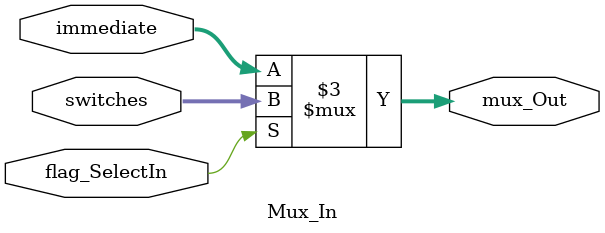
<source format=v>
module Mux_In (immediate, switches, flag_SelectIn, mux_Out);

	input [15:0] immediate, switches;
	input flag_SelectIn;
	output reg [15:0] mux_Out;
	
	always@(*)
	begin
		if (flag_SelectIn)
			mux_Out = switches;
		else
			mux_Out = immediate;
	end

endmodule

</source>
